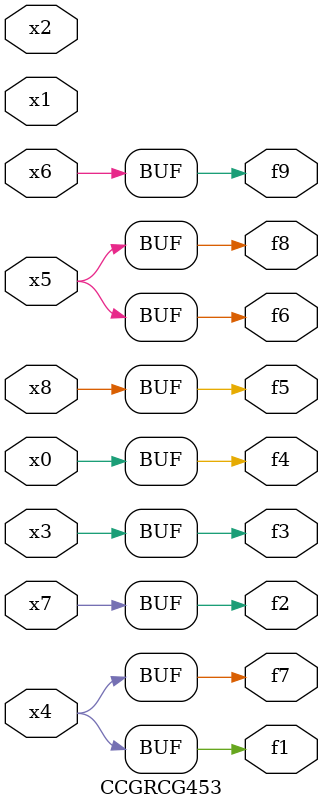
<source format=v>
module CCGRCG453(
	input x0, x1, x2, x3, x4, x5, x6, x7, x8,
	output f1, f2, f3, f4, f5, f6, f7, f8, f9
);
	assign f1 = x4;
	assign f2 = x7;
	assign f3 = x3;
	assign f4 = x0;
	assign f5 = x8;
	assign f6 = x5;
	assign f7 = x4;
	assign f8 = x5;
	assign f9 = x6;
endmodule

</source>
